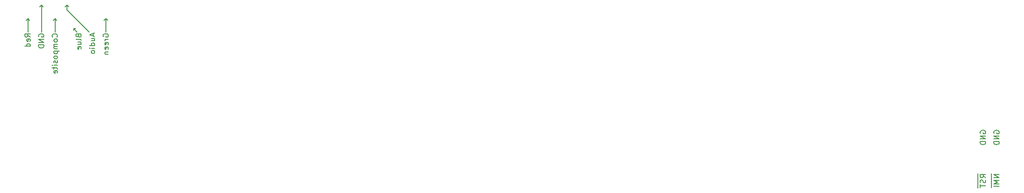
<source format=gbr>
G04 #@! TF.GenerationSoftware,KiCad,Pcbnew,(5.1.8)-1*
G04 #@! TF.CreationDate,2021-01-20T17:54:16-08:00*
G04 #@! TF.ProjectId,Omega-Mainboard,4f6d6567-612d-44d6-9169-6e626f617264,rev?*
G04 #@! TF.SameCoordinates,Original*
G04 #@! TF.FileFunction,Legend,Bot*
G04 #@! TF.FilePolarity,Positive*
%FSLAX46Y46*%
G04 Gerber Fmt 4.6, Leading zero omitted, Abs format (unit mm)*
G04 Created by KiCad (PCBNEW (5.1.8)-1) date 2021-01-20 17:54:16*
%MOMM*%
%LPD*%
G01*
G04 APERTURE LIST*
%ADD10C,0.200000*%
%ADD11C,0.150000*%
G04 APERTURE END LIST*
D10*
X223810000Y-58550000D02*
X223810000Y-59597619D01*
X225242380Y-58788095D02*
X224242380Y-58788095D01*
X225242380Y-59359523D01*
X224242380Y-59359523D01*
X223810000Y-59597619D02*
X223810000Y-60740476D01*
X225242380Y-59835714D02*
X224242380Y-59835714D01*
X224956666Y-60169047D01*
X224242380Y-60502380D01*
X225242380Y-60502380D01*
X223810000Y-60740476D02*
X223810000Y-61216666D01*
X225242380Y-60978571D02*
X224242380Y-60978571D01*
X221270000Y-58550000D02*
X221270000Y-59550000D01*
X222702380Y-59359523D02*
X222226190Y-59026190D01*
X222702380Y-58788095D02*
X221702380Y-58788095D01*
X221702380Y-59169047D01*
X221750000Y-59264285D01*
X221797619Y-59311904D01*
X221892857Y-59359523D01*
X222035714Y-59359523D01*
X222130952Y-59311904D01*
X222178571Y-59264285D01*
X222226190Y-59169047D01*
X222226190Y-58788095D01*
X221270000Y-59550000D02*
X221270000Y-60502380D01*
X222654761Y-59740476D02*
X222702380Y-59883333D01*
X222702380Y-60121428D01*
X222654761Y-60216666D01*
X222607142Y-60264285D01*
X222511904Y-60311904D01*
X222416666Y-60311904D01*
X222321428Y-60264285D01*
X222273809Y-60216666D01*
X222226190Y-60121428D01*
X222178571Y-59930952D01*
X222130952Y-59835714D01*
X222083333Y-59788095D01*
X221988095Y-59740476D01*
X221892857Y-59740476D01*
X221797619Y-59788095D01*
X221750000Y-59835714D01*
X221702380Y-59930952D01*
X221702380Y-60169047D01*
X221750000Y-60311904D01*
X221270000Y-60502380D02*
X221270000Y-61264285D01*
X221702380Y-60597619D02*
X221702380Y-61169047D01*
X222702380Y-60883333D02*
X221702380Y-60883333D01*
X224290000Y-51056904D02*
X224242380Y-50961666D01*
X224242380Y-50818809D01*
X224290000Y-50675952D01*
X224385238Y-50580714D01*
X224480476Y-50533095D01*
X224670952Y-50485476D01*
X224813809Y-50485476D01*
X225004285Y-50533095D01*
X225099523Y-50580714D01*
X225194761Y-50675952D01*
X225242380Y-50818809D01*
X225242380Y-50914047D01*
X225194761Y-51056904D01*
X225147142Y-51104523D01*
X224813809Y-51104523D01*
X224813809Y-50914047D01*
X225242380Y-51533095D02*
X224242380Y-51533095D01*
X225242380Y-52104523D01*
X224242380Y-52104523D01*
X225242380Y-52580714D02*
X224242380Y-52580714D01*
X224242380Y-52818809D01*
X224290000Y-52961666D01*
X224385238Y-53056904D01*
X224480476Y-53104523D01*
X224670952Y-53152142D01*
X224813809Y-53152142D01*
X225004285Y-53104523D01*
X225099523Y-53056904D01*
X225194761Y-52961666D01*
X225242380Y-52818809D01*
X225242380Y-52580714D01*
X221750000Y-51056904D02*
X221702380Y-50961666D01*
X221702380Y-50818809D01*
X221750000Y-50675952D01*
X221845238Y-50580714D01*
X221940476Y-50533095D01*
X222130952Y-50485476D01*
X222273809Y-50485476D01*
X222464285Y-50533095D01*
X222559523Y-50580714D01*
X222654761Y-50675952D01*
X222702380Y-50818809D01*
X222702380Y-50914047D01*
X222654761Y-51056904D01*
X222607142Y-51104523D01*
X222273809Y-51104523D01*
X222273809Y-50914047D01*
X222702380Y-51533095D02*
X221702380Y-51533095D01*
X222702380Y-52104523D01*
X221702380Y-52104523D01*
X222702380Y-52580714D02*
X221702380Y-52580714D01*
X221702380Y-52818809D01*
X221750000Y-52961666D01*
X221845238Y-53056904D01*
X221940476Y-53104523D01*
X222130952Y-53152142D01*
X222273809Y-53152142D01*
X222464285Y-53104523D01*
X222559523Y-53056904D01*
X222654761Y-52961666D01*
X222702380Y-52818809D01*
X222702380Y-52580714D01*
D11*
X46037500Y-26987500D02*
X46037500Y-32067500D01*
X50800000Y-27940000D02*
X50800000Y-26987500D01*
X58420000Y-29845000D02*
X58102500Y-29527500D01*
X57785000Y-29845000D02*
X58102500Y-29527500D01*
X58102500Y-29527500D02*
X57785000Y-29845000D01*
X58102500Y-32067500D02*
X58102500Y-29527500D01*
X50800000Y-26987500D02*
X51117500Y-27305000D01*
X50800000Y-26987500D02*
X50482500Y-27305000D01*
X54927500Y-32067500D02*
X50800000Y-27940000D01*
X52070000Y-31432500D02*
X52387500Y-31432500D01*
X52070000Y-31750000D02*
X52070000Y-31432500D01*
X52705000Y-32067500D02*
X52070000Y-31432500D01*
X48577500Y-29527500D02*
X48895000Y-29845000D01*
X48577500Y-29527500D02*
X48260000Y-29845000D01*
X48577500Y-32067500D02*
X48577500Y-29527500D01*
X46355000Y-27305000D02*
X46037500Y-26987500D01*
X45720000Y-27305000D02*
X46037500Y-26987500D01*
X43497500Y-29527500D02*
X43815000Y-29845000D01*
X43180000Y-29845000D02*
X43497500Y-29527500D01*
X43497500Y-32067500D02*
X43497500Y-29527500D01*
D10*
X43949880Y-33007023D02*
X43473690Y-32673690D01*
X43949880Y-32435595D02*
X42949880Y-32435595D01*
X42949880Y-32816547D01*
X42997500Y-32911785D01*
X43045119Y-32959404D01*
X43140357Y-33007023D01*
X43283214Y-33007023D01*
X43378452Y-32959404D01*
X43426071Y-32911785D01*
X43473690Y-32816547D01*
X43473690Y-32435595D01*
X43902261Y-33816547D02*
X43949880Y-33721309D01*
X43949880Y-33530833D01*
X43902261Y-33435595D01*
X43807023Y-33387976D01*
X43426071Y-33387976D01*
X43330833Y-33435595D01*
X43283214Y-33530833D01*
X43283214Y-33721309D01*
X43330833Y-33816547D01*
X43426071Y-33864166D01*
X43521309Y-33864166D01*
X43616547Y-33387976D01*
X43949880Y-34721309D02*
X42949880Y-34721309D01*
X43902261Y-34721309D02*
X43949880Y-34626071D01*
X43949880Y-34435595D01*
X43902261Y-34340357D01*
X43854642Y-34292738D01*
X43759404Y-34245119D01*
X43473690Y-34245119D01*
X43378452Y-34292738D01*
X43330833Y-34340357D01*
X43283214Y-34435595D01*
X43283214Y-34626071D01*
X43330833Y-34721309D01*
X45537500Y-32959404D02*
X45489880Y-32864166D01*
X45489880Y-32721309D01*
X45537500Y-32578452D01*
X45632738Y-32483214D01*
X45727976Y-32435595D01*
X45918452Y-32387976D01*
X46061309Y-32387976D01*
X46251785Y-32435595D01*
X46347023Y-32483214D01*
X46442261Y-32578452D01*
X46489880Y-32721309D01*
X46489880Y-32816547D01*
X46442261Y-32959404D01*
X46394642Y-33007023D01*
X46061309Y-33007023D01*
X46061309Y-32816547D01*
X46489880Y-33435595D02*
X45489880Y-33435595D01*
X46489880Y-34007023D01*
X45489880Y-34007023D01*
X46489880Y-34483214D02*
X45489880Y-34483214D01*
X45489880Y-34721309D01*
X45537500Y-34864166D01*
X45632738Y-34959404D01*
X45727976Y-35007023D01*
X45918452Y-35054642D01*
X46061309Y-35054642D01*
X46251785Y-35007023D01*
X46347023Y-34959404D01*
X46442261Y-34864166D01*
X46489880Y-34721309D01*
X46489880Y-34483214D01*
X55729166Y-32387976D02*
X55729166Y-32864166D01*
X56014880Y-32292738D02*
X55014880Y-32626071D01*
X56014880Y-32959404D01*
X55348214Y-33721309D02*
X56014880Y-33721309D01*
X55348214Y-33292738D02*
X55872023Y-33292738D01*
X55967261Y-33340357D01*
X56014880Y-33435595D01*
X56014880Y-33578452D01*
X55967261Y-33673690D01*
X55919642Y-33721309D01*
X56014880Y-34626071D02*
X55014880Y-34626071D01*
X55967261Y-34626071D02*
X56014880Y-34530833D01*
X56014880Y-34340357D01*
X55967261Y-34245119D01*
X55919642Y-34197500D01*
X55824404Y-34149880D01*
X55538690Y-34149880D01*
X55443452Y-34197500D01*
X55395833Y-34245119D01*
X55348214Y-34340357D01*
X55348214Y-34530833D01*
X55395833Y-34626071D01*
X56014880Y-35102261D02*
X55348214Y-35102261D01*
X55014880Y-35102261D02*
X55062500Y-35054642D01*
X55110119Y-35102261D01*
X55062500Y-35149880D01*
X55014880Y-35102261D01*
X55110119Y-35102261D01*
X56014880Y-35721309D02*
X55967261Y-35626071D01*
X55919642Y-35578452D01*
X55824404Y-35530833D01*
X55538690Y-35530833D01*
X55443452Y-35578452D01*
X55395833Y-35626071D01*
X55348214Y-35721309D01*
X55348214Y-35864166D01*
X55395833Y-35959404D01*
X55443452Y-36007023D01*
X55538690Y-36054642D01*
X55824404Y-36054642D01*
X55919642Y-36007023D01*
X55967261Y-35959404D01*
X56014880Y-35864166D01*
X56014880Y-35721309D01*
X48934642Y-33007023D02*
X48982261Y-32959404D01*
X49029880Y-32816547D01*
X49029880Y-32721309D01*
X48982261Y-32578452D01*
X48887023Y-32483214D01*
X48791785Y-32435595D01*
X48601309Y-32387976D01*
X48458452Y-32387976D01*
X48267976Y-32435595D01*
X48172738Y-32483214D01*
X48077500Y-32578452D01*
X48029880Y-32721309D01*
X48029880Y-32816547D01*
X48077500Y-32959404D01*
X48125119Y-33007023D01*
X49029880Y-33578452D02*
X48982261Y-33483214D01*
X48934642Y-33435595D01*
X48839404Y-33387976D01*
X48553690Y-33387976D01*
X48458452Y-33435595D01*
X48410833Y-33483214D01*
X48363214Y-33578452D01*
X48363214Y-33721309D01*
X48410833Y-33816547D01*
X48458452Y-33864166D01*
X48553690Y-33911785D01*
X48839404Y-33911785D01*
X48934642Y-33864166D01*
X48982261Y-33816547D01*
X49029880Y-33721309D01*
X49029880Y-33578452D01*
X49029880Y-34340357D02*
X48363214Y-34340357D01*
X48458452Y-34340357D02*
X48410833Y-34387976D01*
X48363214Y-34483214D01*
X48363214Y-34626071D01*
X48410833Y-34721309D01*
X48506071Y-34768928D01*
X49029880Y-34768928D01*
X48506071Y-34768928D02*
X48410833Y-34816547D01*
X48363214Y-34911785D01*
X48363214Y-35054642D01*
X48410833Y-35149880D01*
X48506071Y-35197500D01*
X49029880Y-35197500D01*
X48363214Y-35673690D02*
X49363214Y-35673690D01*
X48410833Y-35673690D02*
X48363214Y-35768928D01*
X48363214Y-35959404D01*
X48410833Y-36054642D01*
X48458452Y-36102261D01*
X48553690Y-36149880D01*
X48839404Y-36149880D01*
X48934642Y-36102261D01*
X48982261Y-36054642D01*
X49029880Y-35959404D01*
X49029880Y-35768928D01*
X48982261Y-35673690D01*
X49029880Y-36721309D02*
X48982261Y-36626071D01*
X48934642Y-36578452D01*
X48839404Y-36530833D01*
X48553690Y-36530833D01*
X48458452Y-36578452D01*
X48410833Y-36626071D01*
X48363214Y-36721309D01*
X48363214Y-36864166D01*
X48410833Y-36959404D01*
X48458452Y-37007023D01*
X48553690Y-37054642D01*
X48839404Y-37054642D01*
X48934642Y-37007023D01*
X48982261Y-36959404D01*
X49029880Y-36864166D01*
X49029880Y-36721309D01*
X48982261Y-37435595D02*
X49029880Y-37530833D01*
X49029880Y-37721309D01*
X48982261Y-37816547D01*
X48887023Y-37864166D01*
X48839404Y-37864166D01*
X48744166Y-37816547D01*
X48696547Y-37721309D01*
X48696547Y-37578452D01*
X48648928Y-37483214D01*
X48553690Y-37435595D01*
X48506071Y-37435595D01*
X48410833Y-37483214D01*
X48363214Y-37578452D01*
X48363214Y-37721309D01*
X48410833Y-37816547D01*
X49029880Y-38292738D02*
X48363214Y-38292738D01*
X48029880Y-38292738D02*
X48077500Y-38245119D01*
X48125119Y-38292738D01*
X48077500Y-38340357D01*
X48029880Y-38292738D01*
X48125119Y-38292738D01*
X48363214Y-38626071D02*
X48363214Y-39007023D01*
X48029880Y-38768928D02*
X48887023Y-38768928D01*
X48982261Y-38816547D01*
X49029880Y-38911785D01*
X49029880Y-39007023D01*
X48982261Y-39721309D02*
X49029880Y-39626071D01*
X49029880Y-39435595D01*
X48982261Y-39340357D01*
X48887023Y-39292738D01*
X48506071Y-39292738D01*
X48410833Y-39340357D01*
X48363214Y-39435595D01*
X48363214Y-39626071D01*
X48410833Y-39721309D01*
X48506071Y-39768928D01*
X48601309Y-39768928D01*
X48696547Y-39292738D01*
X52951071Y-32768928D02*
X52998690Y-32911785D01*
X53046309Y-32959404D01*
X53141547Y-33007023D01*
X53284404Y-33007023D01*
X53379642Y-32959404D01*
X53427261Y-32911785D01*
X53474880Y-32816547D01*
X53474880Y-32435595D01*
X52474880Y-32435595D01*
X52474880Y-32768928D01*
X52522500Y-32864166D01*
X52570119Y-32911785D01*
X52665357Y-32959404D01*
X52760595Y-32959404D01*
X52855833Y-32911785D01*
X52903452Y-32864166D01*
X52951071Y-32768928D01*
X52951071Y-32435595D01*
X53474880Y-33578452D02*
X53427261Y-33483214D01*
X53332023Y-33435595D01*
X52474880Y-33435595D01*
X52808214Y-34387976D02*
X53474880Y-34387976D01*
X52808214Y-33959404D02*
X53332023Y-33959404D01*
X53427261Y-34007023D01*
X53474880Y-34102261D01*
X53474880Y-34245119D01*
X53427261Y-34340357D01*
X53379642Y-34387976D01*
X53427261Y-35245119D02*
X53474880Y-35149880D01*
X53474880Y-34959404D01*
X53427261Y-34864166D01*
X53332023Y-34816547D01*
X52951071Y-34816547D01*
X52855833Y-34864166D01*
X52808214Y-34959404D01*
X52808214Y-35149880D01*
X52855833Y-35245119D01*
X52951071Y-35292738D01*
X53046309Y-35292738D01*
X53141547Y-34816547D01*
X57602500Y-32959404D02*
X57554880Y-32864166D01*
X57554880Y-32721309D01*
X57602500Y-32578452D01*
X57697738Y-32483214D01*
X57792976Y-32435595D01*
X57983452Y-32387976D01*
X58126309Y-32387976D01*
X58316785Y-32435595D01*
X58412023Y-32483214D01*
X58507261Y-32578452D01*
X58554880Y-32721309D01*
X58554880Y-32816547D01*
X58507261Y-32959404D01*
X58459642Y-33007023D01*
X58126309Y-33007023D01*
X58126309Y-32816547D01*
X58554880Y-33435595D02*
X57888214Y-33435595D01*
X58078690Y-33435595D02*
X57983452Y-33483214D01*
X57935833Y-33530833D01*
X57888214Y-33626071D01*
X57888214Y-33721309D01*
X58507261Y-34435595D02*
X58554880Y-34340357D01*
X58554880Y-34149880D01*
X58507261Y-34054642D01*
X58412023Y-34007023D01*
X58031071Y-34007023D01*
X57935833Y-34054642D01*
X57888214Y-34149880D01*
X57888214Y-34340357D01*
X57935833Y-34435595D01*
X58031071Y-34483214D01*
X58126309Y-34483214D01*
X58221547Y-34007023D01*
X58507261Y-35292738D02*
X58554880Y-35197500D01*
X58554880Y-35007023D01*
X58507261Y-34911785D01*
X58412023Y-34864166D01*
X58031071Y-34864166D01*
X57935833Y-34911785D01*
X57888214Y-35007023D01*
X57888214Y-35197500D01*
X57935833Y-35292738D01*
X58031071Y-35340357D01*
X58126309Y-35340357D01*
X58221547Y-34864166D01*
X57888214Y-35768928D02*
X58554880Y-35768928D01*
X57983452Y-35768928D02*
X57935833Y-35816547D01*
X57888214Y-35911785D01*
X57888214Y-36054642D01*
X57935833Y-36149880D01*
X58031071Y-36197500D01*
X58554880Y-36197500D01*
M02*

</source>
